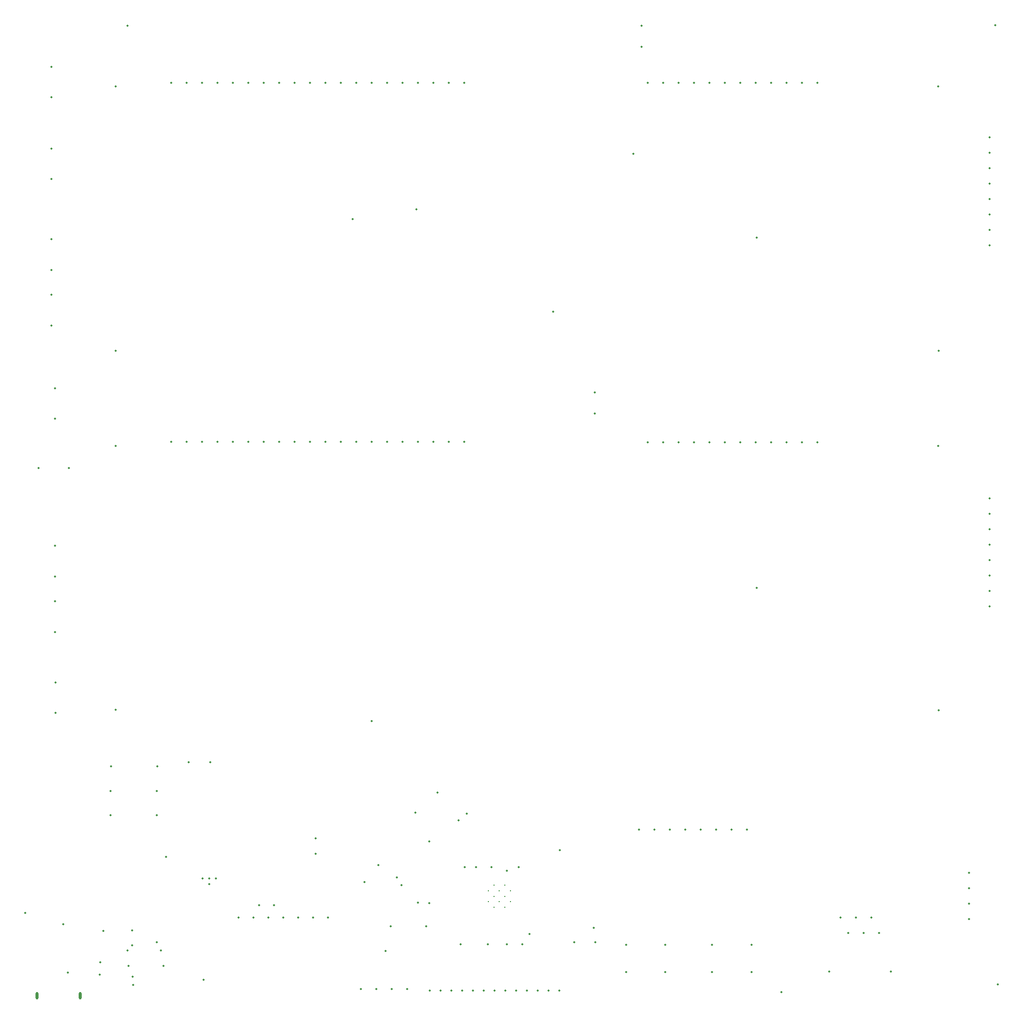
<source format=gbo>
%TF.GenerationSoftware,KiCad,Pcbnew,7.0.1*%
%TF.CreationDate,2024-06-17T10:29:33+02:00*%
%TF.ProjectId,ODRIVE_V1.0,4f445249-5645-45f5-9631-2e302e6b6963,rev?*%
%TF.SameCoordinates,Original*%
%TF.FileFunction,Legend,Bot*%
%TF.FilePolarity,Positive*%
%FSLAX46Y46*%
G04 Gerber Fmt 4.6, Leading zero omitted, Abs format (unit mm)*
G04 Created by KiCad (PCBNEW 7.0.1) date 2024-06-17 10:29:33*
%MOMM*%
%LPD*%
G01*
G04 APERTURE LIST*
%ADD10C,0.350000*%
%ADD11C,0.200000*%
%ADD12O,0.450000X1.250000*%
G04 APERTURE END LIST*
D10*
X84700000Y-150200000D03*
X100300000Y-66400000D03*
X86050000Y-149050000D03*
X94200000Y-178150000D03*
X60791665Y-166200000D03*
X25650000Y-175550000D03*
X87100000Y-178150000D03*
X69250000Y-160300000D03*
X80000000Y-178150000D03*
X43650000Y-159700000D03*
X48500000Y-166200000D03*
X25750000Y-173500000D03*
X92710000Y-170530000D03*
X92710000Y-158465000D03*
X95250000Y-170530000D03*
X31100000Y-177250000D03*
X50958333Y-166200000D03*
X88875000Y-178150000D03*
X83550000Y-178150000D03*
X90650000Y-178150000D03*
X42554589Y-159694034D03*
X85325000Y-178150000D03*
X55874999Y-166200000D03*
X53416666Y-166200000D03*
X92425000Y-178150000D03*
X63250000Y-166200000D03*
X85725000Y-157830000D03*
X85090000Y-170530000D03*
X71500000Y-157500000D03*
X97750000Y-178150000D03*
X31050000Y-175900000D03*
X87630000Y-157830000D03*
X43650000Y-160700000D03*
X58333332Y-166200000D03*
X20350000Y-175200000D03*
X99525000Y-178150000D03*
X95975000Y-178150000D03*
X101300000Y-178150000D03*
X90170000Y-157830000D03*
X94615000Y-157830000D03*
X81775000Y-178150000D03*
X44750000Y-159700000D03*
X89535000Y-170530000D03*
X137922000Y-178404000D03*
X42700000Y-176450000D03*
X36595000Y-156200000D03*
X73540000Y-167600000D03*
X72690000Y-171650000D03*
X107040000Y-167850000D03*
X101440000Y-155100000D03*
X79890000Y-153650000D03*
X133858000Y-54198000D03*
X79390000Y-167600000D03*
X77640000Y-148900000D03*
X81290000Y-145600000D03*
X79940000Y-163800000D03*
X96400000Y-168900000D03*
X78050000Y-163750000D03*
X74550000Y-159550000D03*
X75300000Y-160800000D03*
X70450000Y-133850000D03*
X35050000Y-170200000D03*
X30950000Y-168250000D03*
X30950000Y-170749500D03*
X26200000Y-168350000D03*
X19650000Y-167300000D03*
X30200000Y-171600000D03*
X35749500Y-171600000D03*
X77750000Y-49600000D03*
X113550000Y-40450000D03*
X67275000Y-51175000D03*
X133858000Y-111856000D03*
X40300000Y-140600000D03*
X43800000Y-140600000D03*
X30200000Y-19350000D03*
X13400000Y-165400000D03*
X173550000Y-177200000D03*
X173150000Y-19300000D03*
X168800000Y-158780000D03*
X168800000Y-161320000D03*
X168800000Y-163860000D03*
X168800000Y-166400000D03*
X20586000Y-92178000D03*
X15586000Y-92178000D03*
X18300000Y-84050000D03*
X18300000Y-79050000D03*
X172212000Y-55468000D03*
X172212000Y-52928000D03*
X172212000Y-50388000D03*
X172212000Y-47848000D03*
X172212000Y-45308000D03*
X172212000Y-42768000D03*
X172212000Y-40228000D03*
X172212000Y-37688000D03*
X30360000Y-174137500D03*
X36140000Y-174137500D03*
X17700000Y-54450000D03*
X17700000Y-59530000D03*
X17700000Y-63590000D03*
X17700000Y-68670000D03*
X61200000Y-155650000D03*
X61200000Y-153150000D03*
X114430000Y-151700000D03*
X116970000Y-151700000D03*
X119510000Y-151700000D03*
X122050000Y-151700000D03*
X124590000Y-151700000D03*
X127130000Y-151700000D03*
X129670000Y-151700000D03*
X132210000Y-151700000D03*
X17700000Y-31150000D03*
X17700000Y-26150000D03*
X143840000Y-28750000D03*
X141300000Y-28750000D03*
X138760000Y-28750000D03*
X136220000Y-28750000D03*
X133680000Y-28750000D03*
X131140000Y-28750000D03*
X128600000Y-28750000D03*
X126060000Y-28750000D03*
X123520000Y-28750000D03*
X120980000Y-28750000D03*
X118440000Y-28750000D03*
X115900000Y-28750000D03*
X85645000Y-28735000D03*
X83105000Y-28735000D03*
X80565000Y-28735000D03*
X78025000Y-28735000D03*
X75485000Y-28735000D03*
X72945000Y-28735000D03*
X70405000Y-28735000D03*
X67865000Y-28735000D03*
X65325000Y-28735000D03*
X62785000Y-28735000D03*
X60245000Y-28735000D03*
X57705000Y-28735000D03*
X55165000Y-28735000D03*
X52625000Y-28735000D03*
X50085000Y-28735000D03*
X47545000Y-28735000D03*
X45005000Y-28735000D03*
X42465000Y-28735000D03*
X39925000Y-28735000D03*
X37385000Y-28735000D03*
X163775000Y-72855000D03*
X163765000Y-29345000D03*
X28285000Y-29345000D03*
X28265000Y-72845000D03*
X35110000Y-141300000D03*
X27490000Y-141300000D03*
D11*
X92382500Y-164495000D03*
X90547500Y-164495000D03*
X93300000Y-163577500D03*
X91465000Y-163577500D03*
X89630000Y-163577500D03*
X92382500Y-162660000D03*
X90547500Y-162660000D03*
X93300000Y-161742500D03*
X91465000Y-161742500D03*
X89630000Y-161742500D03*
X92382500Y-160825000D03*
X90547500Y-160825000D03*
D10*
X107200000Y-83200000D03*
X107200000Y-79700000D03*
X145770000Y-175020000D03*
X155930000Y-175020000D03*
X147670000Y-166130000D03*
X148940000Y-168670000D03*
X150210000Y-166130000D03*
X151480000Y-168670000D03*
X152750000Y-166130000D03*
X154020000Y-168670000D03*
X114918000Y-22843349D03*
X114918000Y-19343349D03*
X54350000Y-164100000D03*
X51850000Y-164100000D03*
X18350000Y-132500000D03*
X18350000Y-127500000D03*
X35040000Y-149350000D03*
X27420000Y-149350000D03*
X132995000Y-175125000D03*
X126495000Y-175125000D03*
X132995000Y-170625000D03*
X126495000Y-170625000D03*
X17650000Y-44550000D03*
X17650000Y-39550000D03*
X112295000Y-170625000D03*
X118795000Y-170625000D03*
X112295000Y-175125000D03*
X118795000Y-175125000D03*
X18250000Y-119190000D03*
X18250000Y-114110000D03*
X18250000Y-110050000D03*
X18250000Y-104970000D03*
X68640000Y-177950000D03*
X71180000Y-177950000D03*
X73720000Y-177950000D03*
X76260000Y-177950000D03*
X28265000Y-131995000D03*
X28285000Y-88495000D03*
X163765000Y-88495000D03*
X163775000Y-132005000D03*
X37385000Y-87885000D03*
X39925000Y-87885000D03*
X42465000Y-87885000D03*
X45005000Y-87885000D03*
X47545000Y-87885000D03*
X50085000Y-87885000D03*
X52625000Y-87885000D03*
X55165000Y-87885000D03*
X57705000Y-87885000D03*
X60245000Y-87885000D03*
X62785000Y-87885000D03*
X65325000Y-87885000D03*
X67865000Y-87885000D03*
X70405000Y-87885000D03*
X72945000Y-87885000D03*
X75485000Y-87885000D03*
X78025000Y-87885000D03*
X80565000Y-87885000D03*
X83105000Y-87885000D03*
X85645000Y-87885000D03*
X115900000Y-87900000D03*
X118440000Y-87900000D03*
X120980000Y-87900000D03*
X123520000Y-87900000D03*
X126060000Y-87900000D03*
X128600000Y-87900000D03*
X131140000Y-87900000D03*
X133680000Y-87900000D03*
X136220000Y-87900000D03*
X138760000Y-87900000D03*
X141300000Y-87900000D03*
X143840000Y-87900000D03*
X35060000Y-145350000D03*
X27440000Y-145350000D03*
D12*
X15300000Y-179050000D03*
X22450000Y-179050000D03*
D10*
X103797349Y-170250000D03*
X107297349Y-170250000D03*
X172212000Y-114904000D03*
X172212000Y-112364000D03*
X172212000Y-109824000D03*
X172212000Y-107284000D03*
X172212000Y-104744000D03*
X172212000Y-102204000D03*
X172212000Y-99664000D03*
X172212000Y-97124000D03*
M02*

</source>
